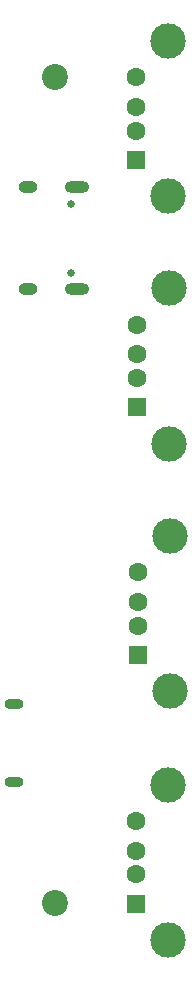
<source format=gbr>
%TF.GenerationSoftware,KiCad,Pcbnew,7.0.7*%
%TF.CreationDate,2024-03-19T09:59:50-04:00*%
%TF.ProjectId,HS8836A_USBC_hub,48533838-3336-4415-9f55-5342435f6875,rev?*%
%TF.SameCoordinates,Original*%
%TF.FileFunction,Soldermask,Bot*%
%TF.FilePolarity,Negative*%
%FSLAX46Y46*%
G04 Gerber Fmt 4.6, Leading zero omitted, Abs format (unit mm)*
G04 Created by KiCad (PCBNEW 7.0.7) date 2024-03-19 09:59:50*
%MOMM*%
%LPD*%
G01*
G04 APERTURE LIST*
%ADD10C,2.200000*%
%ADD11O,1.600000X0.900000*%
%ADD12O,1.600000X1.000000*%
%ADD13O,2.100000X1.000000*%
%ADD14C,0.650000*%
%ADD15R,1.500000X1.600000*%
%ADD16C,1.600000*%
%ADD17C,3.000000*%
G04 APERTURE END LIST*
D10*
%TO.C,H1*%
X145000000Y-64000000D03*
%TD*%
D11*
%TO.C,J6*%
X141500000Y-117100000D03*
X141500000Y-123700000D03*
%TD*%
D10*
%TO.C,H2*%
X145000000Y-134000000D03*
%TD*%
D12*
%TO.C,J1*%
X142662000Y-82020000D03*
D13*
X146842000Y-82020000D03*
D12*
X142662000Y-73380000D03*
D13*
X146842000Y-73380000D03*
D14*
X146312000Y-80590000D03*
X146312000Y-74810000D03*
%TD*%
D15*
%TO.C,J2*%
X151866000Y-134022000D03*
D16*
X151866000Y-131522000D03*
X151866000Y-129522000D03*
X151866000Y-127022000D03*
D17*
X154576000Y-137092000D03*
X154576000Y-123952000D03*
%TD*%
D15*
%TO.C,J5*%
X151866000Y-71064000D03*
D16*
X151866000Y-68564000D03*
X151866000Y-66564000D03*
X151866000Y-64064000D03*
D17*
X154576000Y-74134000D03*
X154576000Y-60994000D03*
%TD*%
D15*
%TO.C,J3*%
X151976000Y-112974000D03*
D16*
X151976000Y-110474000D03*
X151976000Y-108474000D03*
X151976000Y-105974000D03*
D17*
X154686000Y-116044000D03*
X154686000Y-102904000D03*
%TD*%
D15*
%TO.C,J4*%
X151892000Y-92000000D03*
D16*
X151892000Y-89500000D03*
X151892000Y-87500000D03*
X151892000Y-85000000D03*
D17*
X154602000Y-95070000D03*
X154602000Y-81930000D03*
%TD*%
M02*

</source>
